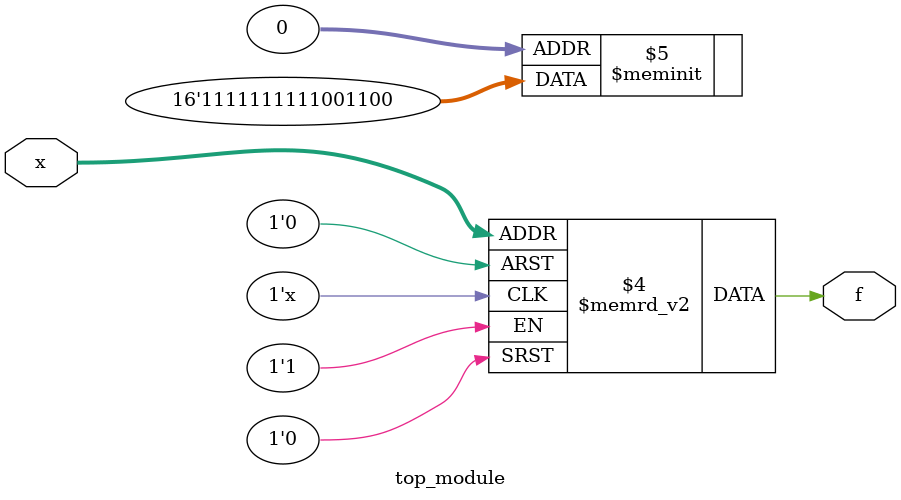
<source format=sv>
module top_module (
    input [4:1] x,
    output logic f
);


always_comb begin
    case (x)
        // x[3]x[4]   00 01 11 10
        4'b0000: f = 1'b0;
        4'b0001, 4'b0100, 4'b0101: f = 1'b0; // Don't care values
        4'b0010, 4'b0011, 4'b0110, 4'b1000: f = 1'b1;
        4'b0111, 4'b1001, 4'b1010, 4'b1011, 4'b1100, 4'b1101, 4'b1110, 4'b1111: f = 1'b1; // Don't care values
        default: f = 1'b0; // Default output
    endcase
end


endmodule

</source>
